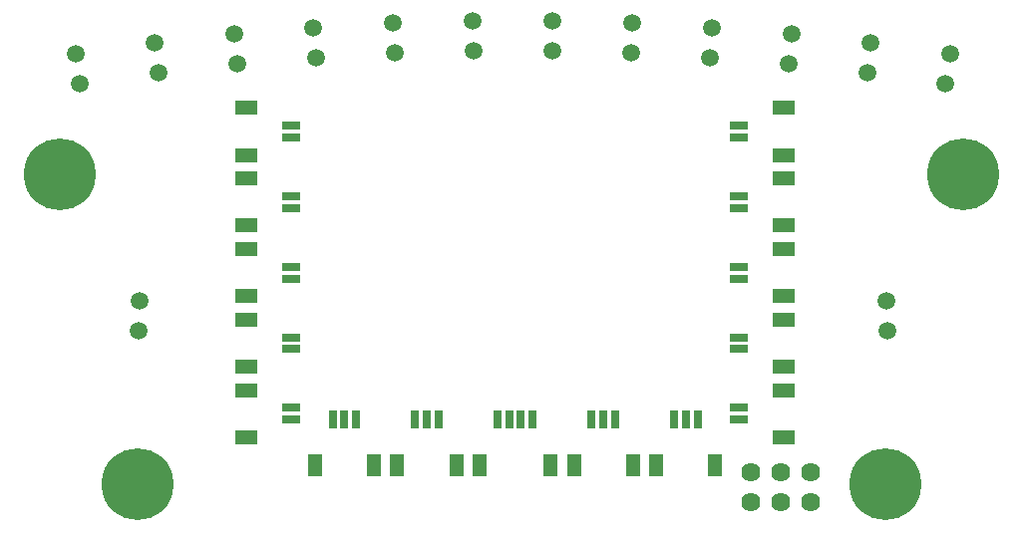
<source format=gbs>
G04 Layer_Color=16711935*
%FSLAX25Y25*%
%MOIN*%
G70*
G01*
G75*
%ADD71C,0.05905*%
%ADD72C,0.06394*%
%ADD73C,0.24016*%
%ADD74R,0.02756X0.06299*%
%ADD75R,0.05118X0.07480*%
%ADD76R,0.06299X0.02756*%
%ADD77R,0.07480X0.05118*%
D71*
X243152Y167660D02*
D03*
X243828Y177638D02*
D03*
X269455Y165456D02*
D03*
X270402Y175411D02*
D03*
X295685Y162518D02*
D03*
X296905Y172444D02*
D03*
X321823Y158849D02*
D03*
X323314Y168737D02*
D03*
X52071Y76151D02*
D03*
X52358Y86147D02*
D03*
X302063Y86147D02*
D03*
X302366Y76151D02*
D03*
X216799Y169129D02*
D03*
X217201Y179121D02*
D03*
X190415Y169861D02*
D03*
X190544Y179860D02*
D03*
X164021Y169861D02*
D03*
X163877Y179860D02*
D03*
X137637Y169129D02*
D03*
X137220Y179121D02*
D03*
X110593Y177637D02*
D03*
X111284Y167661D02*
D03*
X84019Y175410D02*
D03*
X84982Y165457D02*
D03*
X57516Y172443D02*
D03*
X58751Y162519D02*
D03*
X31127Y168739D02*
D03*
X32594Y158847D02*
D03*
D72*
X276693Y18898D02*
D03*
Y28898D02*
D03*
X266693D02*
D03*
Y18898D02*
D03*
X256693D02*
D03*
Y28898D02*
D03*
D73*
X51924Y24817D02*
D03*
X25922Y128401D02*
D03*
X327926D02*
D03*
X301924Y24817D02*
D03*
D74*
X175984Y46457D02*
D03*
X179921D02*
D03*
X183858D02*
D03*
X172047D02*
D03*
X124803D02*
D03*
X120866D02*
D03*
X116929D02*
D03*
X211417D02*
D03*
X207480D02*
D03*
X203543D02*
D03*
X238976D02*
D03*
X235039D02*
D03*
X231102D02*
D03*
X152362D02*
D03*
X148425D02*
D03*
X144488D02*
D03*
D75*
X189764Y31299D02*
D03*
X166142D02*
D03*
X111024D02*
D03*
X130709D02*
D03*
X197638D02*
D03*
X217323D02*
D03*
X225197D02*
D03*
X244882D02*
D03*
X138583D02*
D03*
X158268D02*
D03*
D76*
X103150Y144882D02*
D03*
Y140945D02*
D03*
X252756Y46457D02*
D03*
Y50394D02*
D03*
X103150Y121260D02*
D03*
Y117323D02*
D03*
X252756Y70079D02*
D03*
Y74016D02*
D03*
X103150Y97638D02*
D03*
Y93701D02*
D03*
X252756Y93701D02*
D03*
Y97638D02*
D03*
Y117323D02*
D03*
Y121260D02*
D03*
X103150Y50394D02*
D03*
Y46457D02*
D03*
X252756Y140945D02*
D03*
Y144882D02*
D03*
X103150Y74016D02*
D03*
Y70079D02*
D03*
D77*
X87992Y135039D02*
D03*
Y150787D02*
D03*
X267913Y56299D02*
D03*
Y40551D02*
D03*
X87992Y111417D02*
D03*
Y127165D02*
D03*
X267913Y79921D02*
D03*
Y64173D02*
D03*
X87992Y87795D02*
D03*
Y103543D02*
D03*
X267913Y103543D02*
D03*
Y87795D02*
D03*
Y127165D02*
D03*
Y111417D02*
D03*
X87992Y40551D02*
D03*
Y56299D02*
D03*
X267913Y150787D02*
D03*
Y135039D02*
D03*
X87992Y64173D02*
D03*
Y79921D02*
D03*
M02*

</source>
